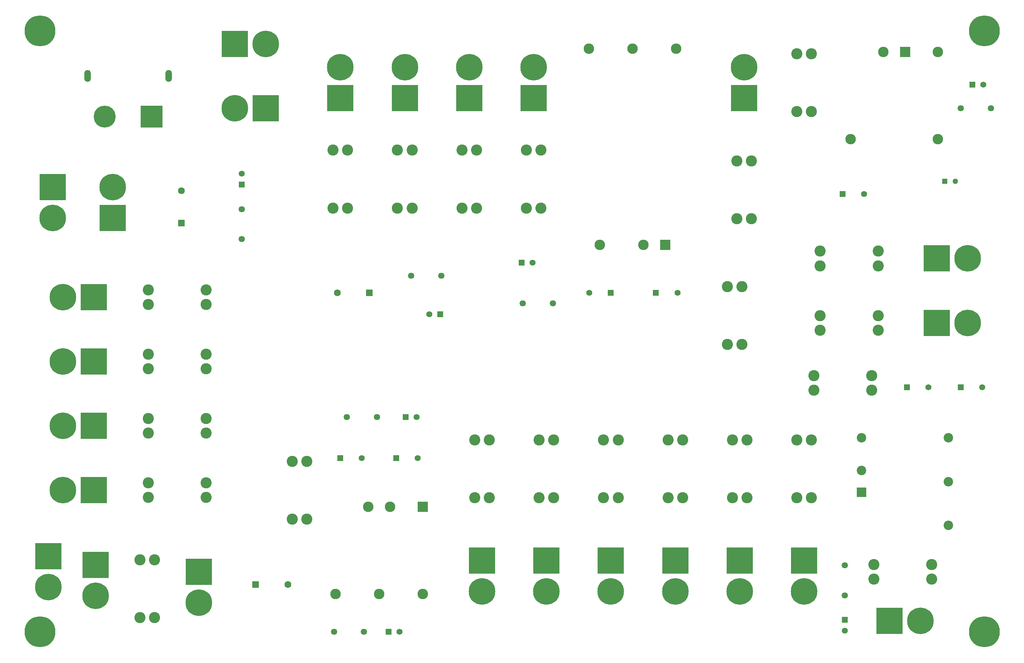
<source format=gbs>
G04*
G04 #@! TF.GenerationSoftware,Altium Limited,Altium Designer,22.8.2 (66)*
G04*
G04 Layer_Color=16711935*
%FSLAX42Y42*%
%MOMM*%
G71*
G04*
G04 #@! TF.SameCoordinates,784755D3-1100-4AD9-B0FF-590226C35903*
G04*
G04*
G04 #@! TF.FilePolarity,Negative*
G04*
G01*
G75*
%ADD14R,5.12X5.12*%
%ADD15C,5.12*%
%ADD16O,1.50X2.80*%
%ADD17R,1.41X1.41*%
%ADD18C,1.41*%
%ADD19C,1.60*%
%ADD20R,1.60X1.60*%
%ADD21C,6.20*%
%ADD22R,6.20X6.20*%
%ADD23C,2.60*%
%ADD24C,1.46*%
%ADD25R,6.20X6.20*%
%ADD26R,1.41X1.41*%
%ADD27C,1.40*%
%ADD28R,1.40X1.40*%
%ADD29C,2.45*%
%ADD30R,2.45X2.45*%
%ADD31C,2.20*%
%ADD32R,2.20X2.20*%
%ADD33R,1.60X1.60*%
%ADD34C,7.20*%
%ADD35R,2.45X2.45*%
%ADD36R,1.30X1.30*%
%ADD37C,1.30*%
D14*
X3100Y12510D02*
D03*
D15*
X2010D02*
D03*
D16*
X3500Y13450D02*
D03*
X1610D02*
D03*
D17*
X11723Y9100D02*
D03*
X9827Y7900D02*
D03*
X9023Y5500D02*
D03*
X22223Y13250D02*
D03*
X8623Y500D02*
D03*
D18*
X11977Y9100D02*
D03*
X9573Y7900D02*
D03*
X9277Y5500D02*
D03*
X19250Y523D02*
D03*
X5200Y11177D02*
D03*
X22477Y13250D02*
D03*
X8877Y500D02*
D03*
D19*
X3800Y10775D02*
D03*
X6275Y1600D02*
D03*
X7425Y8400D02*
D03*
D20*
X3800Y10025D02*
D03*
D21*
X800Y10140D02*
D03*
X2200Y10860D02*
D03*
X5760Y14200D02*
D03*
X21010Y750D02*
D03*
X18300Y1440D02*
D03*
X16800D02*
D03*
X15300D02*
D03*
X13800D02*
D03*
X12300D02*
D03*
X10800D02*
D03*
X22110Y9200D02*
D03*
Y7700D02*
D03*
X4200Y1180D02*
D03*
X1800Y1340D02*
D03*
X700Y1540D02*
D03*
X1040Y5300D02*
D03*
Y6800D02*
D03*
Y8300D02*
D03*
X12000Y13660D02*
D03*
X10500D02*
D03*
X9000D02*
D03*
X7500D02*
D03*
X16900D02*
D03*
X5040Y12700D02*
D03*
X1040Y3800D02*
D03*
D22*
X800Y10860D02*
D03*
X2200Y10140D02*
D03*
X18300Y2160D02*
D03*
X16800D02*
D03*
X15300D02*
D03*
X13800D02*
D03*
X12300D02*
D03*
X10800D02*
D03*
X4200Y1900D02*
D03*
X1800Y2060D02*
D03*
X700Y2260D02*
D03*
X12000Y12940D02*
D03*
X10500D02*
D03*
X9000D02*
D03*
X7500D02*
D03*
X16900D02*
D03*
D23*
X3026Y8470D02*
D03*
Y8130D02*
D03*
X4374Y8470D02*
D03*
Y8130D02*
D03*
X2830Y827D02*
D03*
X3170D02*
D03*
X2830Y2174D02*
D03*
X3170D02*
D03*
X12170Y11724D02*
D03*
X11830D02*
D03*
X12170Y10376D02*
D03*
X11830D02*
D03*
X10670Y11724D02*
D03*
X10330D02*
D03*
X10670Y10376D02*
D03*
X10330D02*
D03*
X9170Y11724D02*
D03*
X8830D02*
D03*
X9170Y10376D02*
D03*
X8830D02*
D03*
X7670Y11724D02*
D03*
X7330D02*
D03*
X7670Y10376D02*
D03*
X7330D02*
D03*
X17070Y11474D02*
D03*
X16730D02*
D03*
X17070Y10126D02*
D03*
X16730D02*
D03*
X21274Y1730D02*
D03*
Y2070D02*
D03*
X19926Y1730D02*
D03*
Y2070D02*
D03*
X18130Y3626D02*
D03*
X18470D02*
D03*
X18130Y4974D02*
D03*
X18470D02*
D03*
X16630Y3626D02*
D03*
X16970D02*
D03*
X16630Y4974D02*
D03*
X16970D02*
D03*
X15130Y3626D02*
D03*
X15470D02*
D03*
X15130Y4974D02*
D03*
X15470D02*
D03*
X13630Y3626D02*
D03*
X13970D02*
D03*
X13630Y4974D02*
D03*
X13970D02*
D03*
X12130Y3626D02*
D03*
X12470D02*
D03*
X12130Y4974D02*
D03*
X12470D02*
D03*
X10630Y3626D02*
D03*
X10970D02*
D03*
X10630Y4974D02*
D03*
X10970D02*
D03*
X20024Y9030D02*
D03*
Y9370D02*
D03*
X18676Y9030D02*
D03*
Y9370D02*
D03*
X20024Y7530D02*
D03*
Y7870D02*
D03*
X18676Y7530D02*
D03*
Y7870D02*
D03*
X16850Y8547D02*
D03*
X16510D02*
D03*
X16850Y7200D02*
D03*
X16510D02*
D03*
X6380Y3126D02*
D03*
X6720D02*
D03*
X6380Y4474D02*
D03*
X6720D02*
D03*
X19874Y6130D02*
D03*
Y6470D02*
D03*
X18526Y6130D02*
D03*
Y6470D02*
D03*
X4374Y6630D02*
D03*
Y6970D02*
D03*
X3026Y6630D02*
D03*
Y6970D02*
D03*
X4374Y5130D02*
D03*
Y5470D02*
D03*
X3026Y5130D02*
D03*
Y5470D02*
D03*
X18130Y12626D02*
D03*
X18470D02*
D03*
X18130Y13974D02*
D03*
X18470D02*
D03*
X4374Y3630D02*
D03*
Y3970D02*
D03*
X3026Y3630D02*
D03*
Y3970D02*
D03*
D24*
X9850Y8800D02*
D03*
X9150D02*
D03*
X21950Y12700D02*
D03*
X22650D02*
D03*
X19250Y1350D02*
D03*
Y2050D02*
D03*
X11750Y8150D02*
D03*
X12450D02*
D03*
X8350Y5500D02*
D03*
X7650D02*
D03*
X7350Y500D02*
D03*
X8050D02*
D03*
X5200Y9650D02*
D03*
Y10350D02*
D03*
D25*
X5040Y14200D02*
D03*
X20290Y750D02*
D03*
X21390Y9200D02*
D03*
Y7700D02*
D03*
X1760Y5300D02*
D03*
Y6800D02*
D03*
Y8300D02*
D03*
X5760Y12700D02*
D03*
X1760Y3800D02*
D03*
D26*
X19250Y777D02*
D03*
X5200Y10923D02*
D03*
D27*
X19700Y10700D02*
D03*
X21200Y6200D02*
D03*
X22450D02*
D03*
X13300Y8400D02*
D03*
X8000Y4550D02*
D03*
X9300D02*
D03*
X15350Y8400D02*
D03*
D28*
X19200Y10700D02*
D03*
X20700Y6200D02*
D03*
X21950D02*
D03*
X13800Y8400D02*
D03*
X7500Y4550D02*
D03*
X8800D02*
D03*
X14850Y8400D02*
D03*
D29*
X21416Y14016D02*
D03*
Y11984D02*
D03*
X19384D02*
D03*
X20146Y14016D02*
D03*
X14554Y9514D02*
D03*
X13538D02*
D03*
X14300Y14086D02*
D03*
X15316D02*
D03*
X13284D02*
D03*
X8400Y1384D02*
D03*
X8654Y3416D02*
D03*
X8146D02*
D03*
X9416Y1384D02*
D03*
X7384D02*
D03*
D30*
X20654Y14016D02*
D03*
D31*
X19635Y5020D02*
D03*
X21665D02*
D03*
Y4000D02*
D03*
Y2980D02*
D03*
X19635Y4260D02*
D03*
D32*
Y3750D02*
D03*
D33*
X5525Y1600D02*
D03*
X8175Y8400D02*
D03*
D34*
X22500Y14500D02*
D03*
Y500D02*
D03*
X500D02*
D03*
Y14500D02*
D03*
D35*
X15062Y9514D02*
D03*
X9416Y3416D02*
D03*
D36*
X21575Y11000D02*
D03*
D37*
X21825D02*
D03*
M02*

</source>
